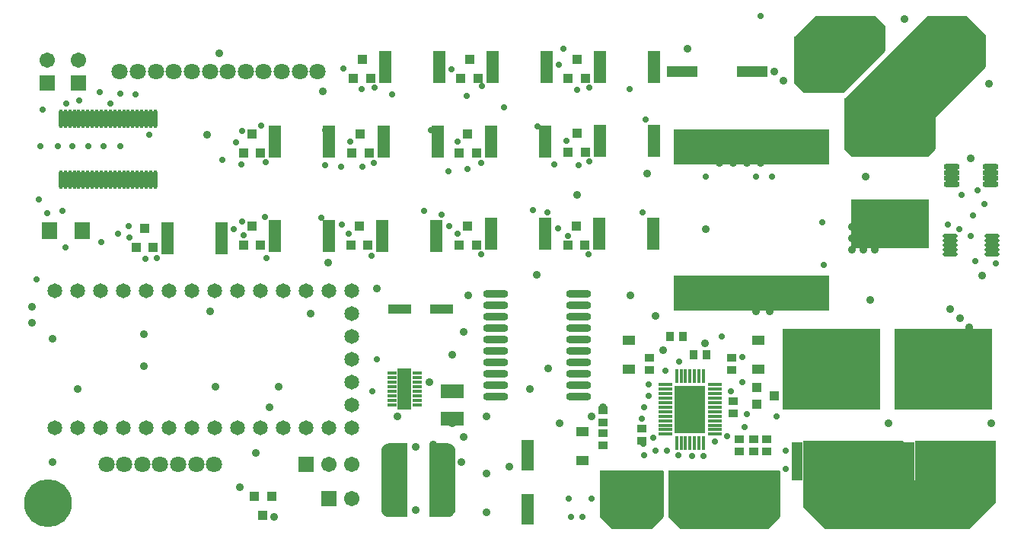
<source format=gts>
G04 Layer_Color=8388736*
%FSAX24Y24*%
%MOIN*%
G70*
G01*
G75*
%ADD75R,0.1320X0.2108*%
%ADD76R,0.0178X0.0592*%
%ADD77R,0.0592X0.0178*%
%ADD78R,0.0434X0.0395*%
%ADD79R,0.0434X0.0356*%
%ADD80O,0.1104X0.0356*%
%ADD81R,0.0572X0.1399*%
%ADD82R,0.4253X0.3545*%
%ADD83R,0.0453X0.1674*%
%ADD84O,0.0178X0.0828*%
%ADD85R,0.0400X0.0440*%
%ADD86R,0.0710X0.0552*%
%ADD87O,0.0662X0.0202*%
%ADD88O,0.0662X0.0186*%
%ADD89R,0.1340X0.0474*%
%ADD90R,0.6830X0.1580*%
%ADD91R,0.3420X0.2130*%
%ADD92O,0.0710X0.0257*%
G04:AMPARAMS|DCode=93|XSize=114.3mil|YSize=323mil|CornerRadius=57.2mil|HoleSize=0mil|Usage=FLASHONLY|Rotation=0.000|XOffset=0mil|YOffset=0mil|HoleType=Round|Shape=RoundedRectangle|*
%AMROUNDEDRECTD93*
21,1,0.1143,0.2087,0,0,0.0*
21,1,0.0000,0.3230,0,0,0.0*
1,1,0.1143,0.0000,-0.1043*
1,1,0.1143,0.0000,-0.1043*
1,1,0.1143,0.0000,0.1043*
1,1,0.1143,0.0000,0.1043*
%
%ADD93ROUNDEDRECTD93*%
%ADD94R,0.0647X0.1792*%
%ADD95R,0.0414X0.0158*%
%ADD96R,0.0986X0.0395*%
%ADD97R,0.1005X0.0592*%
%ADD98R,0.0552X0.1340*%
%ADD99R,0.0356X0.0434*%
%ADD100R,0.0560X0.0438*%
%ADD101R,0.0710X0.0730*%
%ADD102C,0.0650*%
%ADD103C,0.0671*%
%ADD104R,0.0671X0.0671*%
%ADD105C,0.0710*%
%ADD106R,0.0671X0.0671*%
%ADD107C,0.2090*%
%ADD108C,0.0360*%
%ADD109C,0.0280*%
%ADD110C,0.0198*%
G36*
X043304Y015015D02*
X043362Y015007D01*
X043367Y015006D01*
X043372Y015004D01*
X043444Y014974D01*
X043448Y014972D01*
X043451Y014971D01*
X043453Y014969D01*
X043515Y014922D01*
X043518Y014918D01*
X043522Y014915D01*
X043569Y014853D01*
X043572Y014848D01*
X043574Y014844D01*
X043604Y014772D01*
X043606Y014767D01*
X043607Y014762D01*
X043615Y014704D01*
X043615Y014699D01*
Y014680D01*
Y012120D01*
Y012101D01*
X043615Y012096D01*
X043607Y012038D01*
X043606Y012033D01*
X043604Y012028D01*
X043574Y011956D01*
X043572Y011952D01*
X043571Y011949D01*
X043569Y011947D01*
X043522Y011885D01*
X043518Y011882D01*
X043515Y011878D01*
X043453Y011831D01*
X043448Y011828D01*
X043444Y011826D01*
X043372Y011796D01*
X043367Y011794D01*
X043362Y011793D01*
X043304Y011785D01*
X043299Y011785D01*
X042512D01*
X042507Y011785D01*
X042501Y011786D01*
X042496Y011788D01*
X042492Y011790D01*
X042487Y011793D01*
X042483Y011797D01*
X042480Y011801D01*
X042477Y011805D01*
X042475Y011810D01*
X042473Y011815D01*
X042472Y011820D01*
X042472Y011825D01*
Y014975D01*
X042472Y014980D01*
X042473Y014985D01*
X042475Y014990D01*
X042477Y014995D01*
X042480Y014999D01*
X042483Y015003D01*
X042487Y015007D01*
X042492Y015010D01*
X042496Y015012D01*
X042501Y015014D01*
X042507Y015015D01*
X042512Y015015D01*
X043299D01*
X043304Y015015D01*
D02*
G37*
G36*
X057805Y013840D02*
X057810Y013839D01*
X057815Y013837D01*
X057820Y013835D01*
X057824Y013832D01*
X057828Y013828D01*
X057832Y013824D01*
X057835Y013820D01*
X057837Y013815D01*
X057839Y013810D01*
X057840Y013805D01*
X057840Y013800D01*
X057840Y011800D01*
X057840Y011795D01*
X057839Y011790D01*
X057837Y011785D01*
X057835Y011780D01*
X057832Y011776D01*
X057828Y011772D01*
X057328Y011272D01*
X057324Y011268D01*
X057320Y011265D01*
X057315Y011263D01*
X057310Y011261D01*
X057305Y011260D01*
X057300Y011260D01*
X053500D01*
X053495Y011260D01*
X053490Y011261D01*
X053485Y011263D01*
X053480Y011265D01*
X053476Y011268D01*
X053472Y011272D01*
X052972Y011772D01*
X052968Y011776D01*
X052965Y011780D01*
X052963Y011785D01*
X052961Y011790D01*
X052960Y011795D01*
X052960Y011800D01*
X052960Y013800D01*
X052960Y013805D01*
X052961Y013810D01*
X052963Y013815D01*
X052965Y013820D01*
X052968Y013824D01*
X052972Y013828D01*
X052976Y013832D01*
X052980Y013835D01*
X052985Y013837D01*
X052990Y013839D01*
X052995Y013840D01*
X053000Y013840D01*
X057800D01*
X057805Y013840D01*
D02*
G37*
G36*
X052700Y013840D02*
X052705Y013840D01*
X052710Y013839D01*
X052715Y013837D01*
X052720Y013835D01*
X052724Y013832D01*
X052728Y013828D01*
X052732Y013824D01*
X052735Y013820D01*
X052737Y013815D01*
X052739Y013810D01*
X052740Y013805D01*
X052740Y013800D01*
X052740Y011800D01*
X052740Y011795D01*
X052739Y011790D01*
X052737Y011785D01*
X052735Y011780D01*
X052732Y011776D01*
X052728Y011772D01*
X052228Y011272D01*
X052224Y011268D01*
X052220Y011265D01*
X052215Y011263D01*
X052210Y011261D01*
X052205Y011260D01*
X052200Y011260D01*
X050500Y011260D01*
X050495Y011260D01*
X050490Y011261D01*
X050485Y011263D01*
X050480Y011265D01*
X050476Y011268D01*
X050472Y011272D01*
X049972Y011772D01*
X049968Y011776D01*
X049965Y011780D01*
X049963Y011785D01*
X049961Y011790D01*
X049960Y011795D01*
X049960Y011800D01*
X049960Y013800D01*
X049960Y013805D01*
X049961Y013810D01*
X049963Y013815D01*
X049965Y013820D01*
X049968Y013824D01*
X049972Y013828D01*
X049976Y013832D01*
X049980Y013835D01*
X049985Y013837D01*
X049990Y013839D01*
X049995Y013840D01*
X050000Y013840D01*
X052700Y013840D01*
D02*
G37*
G36*
X067255Y015140D02*
X067260Y015139D01*
X067265Y015137D01*
X067270Y015135D01*
X067274Y015132D01*
X067278Y015128D01*
X067282Y015124D01*
X067285Y015120D01*
X067287Y015115D01*
X067289Y015110D01*
X067290Y015105D01*
X067290Y015100D01*
X067290Y012450D01*
X067290Y012445D01*
X067289Y012440D01*
X067287Y012435D01*
X067285Y012430D01*
X067282Y012426D01*
X067278Y012422D01*
X066128Y011272D01*
X066124Y011268D01*
X066120Y011265D01*
X066115Y011263D01*
X066110Y011261D01*
X066105Y011260D01*
X066100Y011260D01*
X059816Y011260D01*
X059811Y011260D01*
X059806Y011261D01*
X059801Y011263D01*
X059796Y011265D01*
X059792Y011268D01*
X059788Y011272D01*
X058872Y012188D01*
X058868Y012192D01*
X058865Y012196D01*
X058863Y012201D01*
X058861Y012206D01*
X058860Y012211D01*
X058860Y012216D01*
X058860Y015100D01*
X058860Y015105D01*
X058861Y015110D01*
X058863Y015115D01*
X058865Y015120D01*
X058868Y015124D01*
X058872Y015128D01*
X058876Y015132D01*
X058880Y015135D01*
X058885Y015137D01*
X058890Y015139D01*
X058895Y015140D01*
X058900Y015140D01*
X063200D01*
X063205Y015140D01*
X063210Y015139D01*
X063215Y015137D01*
X063220Y015135D01*
X063224Y015132D01*
X063228Y015128D01*
X063232Y015124D01*
X063235Y015120D01*
X063237Y015115D01*
X063239Y015110D01*
X063240Y015105D01*
X063240Y015100D01*
Y013390D01*
X063760D01*
X063760Y015100D01*
X063760Y015105D01*
X063761Y015110D01*
X063763Y015115D01*
X063765Y015120D01*
X063768Y015124D01*
X063772Y015128D01*
X063776Y015132D01*
X063780Y015135D01*
X063785Y015137D01*
X063790Y015139D01*
X063795Y015140D01*
X063800Y015140D01*
X067250Y015140D01*
X067255Y015140D01*
D02*
G37*
G36*
X062000Y033740D02*
X062000D01*
D01*
X062005Y033740D01*
X062010Y033739D01*
X062015Y033737D01*
X062020Y033735D01*
X062024Y033732D01*
X062028Y033728D01*
X062428Y033328D01*
X062432Y033324D01*
X062435Y033320D01*
X062437Y033315D01*
X062439Y033310D01*
X062440Y033305D01*
X062440Y033300D01*
X062440Y032200D01*
X062440Y032195D01*
X062439Y032190D01*
X062437Y032185D01*
X062435Y032180D01*
X062432Y032176D01*
X062428Y032172D01*
X060628Y030372D01*
X060624Y030368D01*
X060620Y030365D01*
X060615Y030363D01*
X060610Y030361D01*
X060605Y030360D01*
X060600Y030360D01*
X058900Y030360D01*
X058895Y030360D01*
X058890Y030361D01*
X058885Y030363D01*
X058880Y030365D01*
X058876Y030368D01*
X058872Y030372D01*
X058472Y030772D01*
X058468Y030776D01*
X058465Y030780D01*
X058463Y030785D01*
X058461Y030790D01*
X058460Y030795D01*
X058460Y030800D01*
Y030800D01*
D01*
X058460Y032800D01*
X058460Y032805D01*
X058461Y032810D01*
X058463Y032815D01*
X058465Y032820D01*
X058468Y032824D01*
X058472Y032828D01*
X059372Y033728D01*
X059376Y033732D01*
X059380Y033735D01*
X059385Y033737D01*
X059390Y033739D01*
X059395Y033740D01*
X059400Y033740D01*
X062000Y033740D01*
D02*
G37*
G36*
X066005Y033740D02*
X066010Y033739D01*
X066015Y033737D01*
X066020Y033735D01*
X066024Y033732D01*
X066028Y033728D01*
X066828Y032928D01*
X066832Y032924D01*
X066835Y032920D01*
X066837Y032915D01*
X066839Y032910D01*
X066840Y032905D01*
X066840Y032900D01*
X066840Y031500D01*
X066840Y031495D01*
X066839Y031490D01*
X066837Y031485D01*
X066835Y031480D01*
X066832Y031476D01*
X066828Y031472D01*
X064640Y029283D01*
X064640Y027900D01*
X064640Y027895D01*
X064639Y027890D01*
X064637Y027885D01*
X064635Y027880D01*
X064632Y027876D01*
X064628Y027872D01*
X064328Y027572D01*
X064324Y027568D01*
X064320Y027565D01*
X064315Y027563D01*
X064310Y027561D01*
X064305Y027560D01*
X064300Y027560D01*
X061000D01*
X060995Y027560D01*
X060990Y027561D01*
X060985Y027563D01*
X060980Y027565D01*
X060976Y027568D01*
X060972Y027572D01*
X060672Y027872D01*
X060668Y027876D01*
X060665Y027880D01*
X060663Y027885D01*
X060661Y027890D01*
X060660Y027895D01*
X060660Y027900D01*
Y030100D01*
X060660Y030105D01*
X060661Y030110D01*
X060663Y030115D01*
X060665Y030120D01*
X060668Y030124D01*
X060672Y030128D01*
X064272Y033728D01*
X064276Y033732D01*
X064280Y033735D01*
X064285Y033737D01*
X064290Y033739D01*
X064295Y033740D01*
X064300Y033740D01*
X066000Y033740D01*
X066005Y033740D01*
D02*
G37*
G36*
X041493Y015015D02*
X041499Y015014D01*
X041504Y015012D01*
X041508Y015010D01*
X041513Y015007D01*
X041517Y015003D01*
X041520Y014999D01*
X041523Y014995D01*
X041525Y014990D01*
X041527Y014985D01*
X041528Y014980D01*
X041528Y014975D01*
Y011825D01*
X041528Y011820D01*
X041527Y011815D01*
X041525Y011810D01*
X041523Y011805D01*
X041520Y011801D01*
X041517Y011797D01*
X041513Y011793D01*
X041508Y011790D01*
X041504Y011788D01*
X041499Y011786D01*
X041493Y011785D01*
X041488Y011785D01*
X040701D01*
X040696Y011785D01*
X040638Y011793D01*
X040633Y011794D01*
X040628Y011796D01*
X040556Y011826D01*
X040552Y011828D01*
X040547Y011831D01*
X040485Y011878D01*
X040482Y011882D01*
X040478Y011885D01*
X040431Y011947D01*
X040429Y011949D01*
X040428Y011952D01*
X040426Y011956D01*
X040396Y012028D01*
X040394Y012033D01*
X040393Y012038D01*
X040385Y012096D01*
X040385Y012101D01*
Y012120D01*
Y014680D01*
Y014699D01*
X040385Y014704D01*
X040393Y014762D01*
X040394Y014767D01*
X040396Y014772D01*
X040426Y014844D01*
X040428Y014848D01*
X040431Y014853D01*
X040478Y014915D01*
X040482Y014918D01*
X040485Y014922D01*
X040485Y014922D01*
X040547Y014969D01*
X040549Y014971D01*
X040552Y014972D01*
X040556Y014974D01*
X040628Y015004D01*
X040633Y015006D01*
X040638Y015007D01*
X040696Y015015D01*
X040701Y015015D01*
X040701D01*
X040701D01*
X040720Y015015D01*
X040720Y015015D01*
X041488D01*
X041493Y015015D01*
D02*
G37*
D75*
X053900Y016500D02*
D03*
D76*
X053309Y017976D02*
D03*
X053506D02*
D03*
X053703D02*
D03*
X053900D02*
D03*
X054097D02*
D03*
X054294D02*
D03*
X054491D02*
D03*
Y015024D02*
D03*
X054294D02*
D03*
X054097D02*
D03*
X053900D02*
D03*
X053703D02*
D03*
X053506D02*
D03*
X053309D02*
D03*
D77*
X054983Y017583D02*
D03*
Y017386D02*
D03*
Y017189D02*
D03*
Y016992D02*
D03*
Y016795D02*
D03*
Y016598D02*
D03*
Y016402D02*
D03*
Y016205D02*
D03*
Y016008D02*
D03*
Y015811D02*
D03*
Y015614D02*
D03*
Y015417D02*
D03*
X052817D02*
D03*
Y015614D02*
D03*
Y015811D02*
D03*
Y016008D02*
D03*
Y016205D02*
D03*
Y016402D02*
D03*
Y016598D02*
D03*
Y016795D02*
D03*
Y016992D02*
D03*
Y017189D02*
D03*
Y017386D02*
D03*
Y017583D02*
D03*
D78*
X057594Y017100D02*
D03*
X056806Y016726D02*
D03*
Y017474D02*
D03*
D79*
X055800Y016876D02*
D03*
Y016324D02*
D03*
X052133Y018776D02*
D03*
Y018224D02*
D03*
X055733Y018776D02*
D03*
Y018224D02*
D03*
X050100Y014924D02*
D03*
Y015476D02*
D03*
Y015924D02*
D03*
Y016476D02*
D03*
X051800Y015124D02*
D03*
Y015676D02*
D03*
X056067Y014649D02*
D03*
Y015200D02*
D03*
X057267Y015200D02*
D03*
Y014649D02*
D03*
X056700D02*
D03*
Y015200D02*
D03*
D80*
X049011Y017050D02*
D03*
Y017550D02*
D03*
Y018050D02*
D03*
Y018550D02*
D03*
Y019050D02*
D03*
Y019550D02*
D03*
Y020050D02*
D03*
Y020550D02*
D03*
Y021050D02*
D03*
Y021550D02*
D03*
X045389Y017050D02*
D03*
Y017550D02*
D03*
Y018050D02*
D03*
Y018550D02*
D03*
Y019050D02*
D03*
Y019550D02*
D03*
Y020050D02*
D03*
Y020550D02*
D03*
Y021050D02*
D03*
Y021550D02*
D03*
D81*
X038097Y028236D02*
D03*
X035735D02*
D03*
X042920Y031500D02*
D03*
X040557D02*
D03*
X047620D02*
D03*
X045257D02*
D03*
X052320D02*
D03*
X049957D02*
D03*
X052320Y028250D02*
D03*
X049957D02*
D03*
X047547Y028236D02*
D03*
X045185D02*
D03*
X042847D02*
D03*
X040485D02*
D03*
X052297Y024186D02*
D03*
X049935D02*
D03*
X047547D02*
D03*
X045185D02*
D03*
X033397Y023986D02*
D03*
X031035D02*
D03*
X038097Y024086D02*
D03*
X035735D02*
D03*
X042797D02*
D03*
X040435D02*
D03*
D82*
X060100Y018255D02*
D03*
X065000D02*
D03*
D83*
X061600Y014239D02*
D03*
X061100D02*
D03*
X060600D02*
D03*
X059600D02*
D03*
X059100D02*
D03*
X058600D02*
D03*
X066500D02*
D03*
X066000D02*
D03*
X065500D02*
D03*
X064500D02*
D03*
X064000D02*
D03*
X063500D02*
D03*
D84*
X026349Y026557D02*
D03*
X026546D02*
D03*
X026742D02*
D03*
X026939D02*
D03*
X027136D02*
D03*
X027333D02*
D03*
X027530D02*
D03*
X027727D02*
D03*
X027924D02*
D03*
X028120D02*
D03*
X028317D02*
D03*
X028514D02*
D03*
X028711D02*
D03*
X028908D02*
D03*
X029105D02*
D03*
X029302D02*
D03*
X029498D02*
D03*
X029695D02*
D03*
X029892D02*
D03*
X030089D02*
D03*
X030286D02*
D03*
X030483D02*
D03*
X026349Y029215D02*
D03*
X026546D02*
D03*
X026742D02*
D03*
X026939D02*
D03*
X027136D02*
D03*
X027333D02*
D03*
X027530D02*
D03*
X027727D02*
D03*
X027924D02*
D03*
X028120D02*
D03*
X028317D02*
D03*
X028514D02*
D03*
X028711D02*
D03*
X028908D02*
D03*
X029105D02*
D03*
X029302D02*
D03*
X029498D02*
D03*
X029695D02*
D03*
X029892D02*
D03*
X030089D02*
D03*
X030286D02*
D03*
X030483D02*
D03*
D85*
X035574Y012694D02*
D03*
X034820D02*
D03*
X035200Y011860D02*
D03*
X039165Y031006D02*
D03*
X039919D02*
D03*
X039539Y031840D02*
D03*
X043865Y031006D02*
D03*
X044619D02*
D03*
X044239Y031840D02*
D03*
X048565Y031006D02*
D03*
X049319D02*
D03*
X048939Y031840D02*
D03*
X048565Y027756D02*
D03*
X049319D02*
D03*
X048939Y028590D02*
D03*
X043792Y027742D02*
D03*
X044546D02*
D03*
X044166Y028576D02*
D03*
X039092Y027742D02*
D03*
X039846D02*
D03*
X039466Y028576D02*
D03*
X034342Y027742D02*
D03*
X035096D02*
D03*
X034716Y028576D02*
D03*
X048542Y023692D02*
D03*
X049296D02*
D03*
X048916Y024526D02*
D03*
X043792Y023692D02*
D03*
X044546D02*
D03*
X044166Y024526D02*
D03*
X039042Y023692D02*
D03*
X039796D02*
D03*
X039416Y024526D02*
D03*
X034342Y023692D02*
D03*
X035096D02*
D03*
X034716Y024526D02*
D03*
X029642Y023592D02*
D03*
X030396D02*
D03*
X030016Y024426D02*
D03*
D86*
X025857Y024336D02*
D03*
X027274D02*
D03*
D87*
X065274Y024102D02*
D03*
Y023298D02*
D03*
X067126D02*
D03*
Y024102D02*
D03*
D88*
X065274Y023897D02*
D03*
Y023700D02*
D03*
Y023503D02*
D03*
X067126D02*
D03*
Y023700D02*
D03*
Y023897D02*
D03*
D89*
X053565Y031300D02*
D03*
X056635D02*
D03*
D90*
X056600Y021600D02*
D03*
Y028000D02*
D03*
D91*
X062650Y024625D02*
D03*
Y028875D02*
D03*
D92*
X067046Y026366D02*
D03*
Y026622D02*
D03*
Y026878D02*
D03*
Y027134D02*
D03*
X065354Y026366D02*
D03*
Y026622D02*
D03*
Y026878D02*
D03*
Y027134D02*
D03*
D93*
X043043Y013400D02*
D03*
X040957D02*
D03*
D94*
X041400Y017400D02*
D03*
D95*
X041949Y016711D02*
D03*
Y016908D02*
D03*
Y017105D02*
D03*
Y017302D02*
D03*
Y017498D02*
D03*
Y017695D02*
D03*
Y017892D02*
D03*
Y018089D02*
D03*
X040851Y016711D02*
D03*
Y016908D02*
D03*
Y017105D02*
D03*
Y017302D02*
D03*
Y017498D02*
D03*
Y017695D02*
D03*
Y017892D02*
D03*
Y018089D02*
D03*
D96*
X043025Y020900D02*
D03*
X041175D02*
D03*
D97*
X043500Y017296D02*
D03*
Y016096D02*
D03*
D98*
X046800Y012119D02*
D03*
Y014481D02*
D03*
D99*
X053024Y019700D02*
D03*
X053576D02*
D03*
X054609Y018900D02*
D03*
X054057D02*
D03*
D100*
X049200Y015544D02*
D03*
Y014256D02*
D03*
X051233Y019544D02*
D03*
Y018256D02*
D03*
X056900Y019544D02*
D03*
Y018256D02*
D03*
D101*
X025857Y024336D02*
D03*
X027274D02*
D03*
D102*
X026100Y015700D02*
D03*
X027100D02*
D03*
X028100D02*
D03*
X029100D02*
D03*
X030100D02*
D03*
X031100D02*
D03*
X032100D02*
D03*
X033100D02*
D03*
X034100D02*
D03*
X035100D02*
D03*
X036100D02*
D03*
X037100D02*
D03*
X038100D02*
D03*
X039100D02*
D03*
Y016700D02*
D03*
Y017700D02*
D03*
Y018700D02*
D03*
Y019700D02*
D03*
Y020700D02*
D03*
Y021700D02*
D03*
X038100D02*
D03*
X037100D02*
D03*
X036100D02*
D03*
X035100D02*
D03*
X034100D02*
D03*
X033100D02*
D03*
X032100D02*
D03*
X031100D02*
D03*
X030100D02*
D03*
X029100D02*
D03*
X028100D02*
D03*
X027100D02*
D03*
X026100D02*
D03*
D103*
X027116Y031786D02*
D03*
X025766D02*
D03*
X039100Y012600D02*
D03*
Y014100D02*
D03*
X038100D02*
D03*
D104*
X027116Y030786D02*
D03*
X025766D02*
D03*
D105*
X029910Y014100D02*
D03*
X030700D02*
D03*
X031490D02*
D03*
X032277D02*
D03*
X033065D02*
D03*
X029128D02*
D03*
X028340D02*
D03*
X032872Y031286D02*
D03*
X028935D02*
D03*
X029722D02*
D03*
X030510D02*
D03*
X031300D02*
D03*
X032090D02*
D03*
X036814D02*
D03*
X036024D02*
D03*
X035234D02*
D03*
X034447D02*
D03*
X033659D02*
D03*
X037596D02*
D03*
D106*
X038100Y012600D02*
D03*
X037100Y014100D02*
D03*
D107*
X025800Y012400D02*
D03*
D108*
X065705Y020495D02*
D03*
X066110Y020090D02*
D03*
X061800Y021300D02*
D03*
X045000Y013700D02*
D03*
X046000Y014000D02*
D03*
X061600Y026700D02*
D03*
X049600Y016200D02*
D03*
X053800Y032300D02*
D03*
X026000Y014200D02*
D03*
X040200Y021800D02*
D03*
X054600Y024400D02*
D03*
X044200Y021500D02*
D03*
X047200Y022400D02*
D03*
X043500Y018900D02*
D03*
X037300Y020700D02*
D03*
X030000Y018400D02*
D03*
X027100Y017400D02*
D03*
X034900Y014600D02*
D03*
X025100Y020982D02*
D03*
Y020300D02*
D03*
X026000Y019600D02*
D03*
X033119Y017501D02*
D03*
X035900Y017500D02*
D03*
X030000Y019800D02*
D03*
X063300Y033600D02*
D03*
X067000Y030763D02*
D03*
X035700Y011800D02*
D03*
X042500Y017695D02*
D03*
X045000Y012000D02*
D03*
X055300Y012800D02*
D03*
Y012200D02*
D03*
Y011600D02*
D03*
X056000Y013400D02*
D03*
Y011600D02*
D03*
Y012200D02*
D03*
Y012800D02*
D03*
X061400Y032300D02*
D03*
X060800D02*
D03*
X060200D02*
D03*
X059600D02*
D03*
X059000D02*
D03*
X062600Y015900D02*
D03*
X067100D02*
D03*
X056700Y011600D02*
D03*
X060800Y031700D02*
D03*
X060200D02*
D03*
X059000D02*
D03*
X059600D02*
D03*
X060200Y031100D02*
D03*
X059600D02*
D03*
X056700Y012200D02*
D03*
X057400D02*
D03*
Y012800D02*
D03*
X056700D02*
D03*
Y013400D02*
D03*
X057400D02*
D03*
X032900Y020800D02*
D03*
X044000Y019900D02*
D03*
X045000Y016200D02*
D03*
X041898Y014863D02*
D03*
X041900Y012100D02*
D03*
X051000Y013500D02*
D03*
X050400D02*
D03*
X051000Y012900D02*
D03*
X050400D02*
D03*
Y012300D02*
D03*
X051000D02*
D03*
X050100Y016600D02*
D03*
X040900Y014300D02*
D03*
X043500Y015900D02*
D03*
X043900Y014200D02*
D03*
X042647Y014974D02*
D03*
X041100Y016200D02*
D03*
X051300Y021500D02*
D03*
X052400Y020600D02*
D03*
X054550Y019400D02*
D03*
X057600Y031300D02*
D03*
X062000Y024500D02*
D03*
X061500D02*
D03*
X061000D02*
D03*
X062000Y024000D02*
D03*
X061500D02*
D03*
X061000D02*
D03*
X062000Y023500D02*
D03*
X061500D02*
D03*
X061000D02*
D03*
X052733Y019100D02*
D03*
X055800Y028500D02*
D03*
X055200D02*
D03*
X056400Y027900D02*
D03*
X055800D02*
D03*
X055200D02*
D03*
X056400Y027300D02*
D03*
X055800D02*
D03*
X055200D02*
D03*
X033300Y032100D02*
D03*
X065300Y020900D02*
D03*
X066750Y013350D02*
D03*
X066150D02*
D03*
X066750Y013950D02*
D03*
X066150D02*
D03*
X048966Y025886D02*
D03*
X032766Y028536D02*
D03*
X052016Y026836D02*
D03*
X037816Y030436D02*
D03*
X042816Y031136D02*
D03*
X038066Y022936D02*
D03*
X066700Y022350D02*
D03*
X053300Y013500D02*
D03*
X066200Y027500D02*
D03*
X057000Y027900D02*
D03*
Y027300D02*
D03*
X056200Y021400D02*
D03*
Y022000D02*
D03*
X056800D02*
D03*
Y021400D02*
D03*
Y020800D02*
D03*
X057400D02*
D03*
Y021400D02*
D03*
Y022000D02*
D03*
X058000D02*
D03*
Y021400D02*
D03*
X034200Y013100D02*
D03*
X048200Y015900D02*
D03*
X047700Y018300D02*
D03*
X046900Y017400D02*
D03*
X035500Y016600D02*
D03*
X044000Y015300D02*
D03*
X058000Y030900D02*
D03*
X059000Y031100D02*
D03*
D109*
X053400Y014500D02*
D03*
X049600Y012600D02*
D03*
X067300Y022907D02*
D03*
X057000Y033719D02*
D03*
X025381Y025700D02*
D03*
X025766Y025086D02*
D03*
X026416Y025186D02*
D03*
X026566Y023586D02*
D03*
X025300Y022200D02*
D03*
X040200Y018700D02*
D03*
X058102Y014680D02*
D03*
X058100Y013900D02*
D03*
X059700Y024700D02*
D03*
X055300Y019700D02*
D03*
X057700Y016200D02*
D03*
X056200Y018800D02*
D03*
X054000Y014469D02*
D03*
X054500D02*
D03*
X055000Y015100D02*
D03*
X055508Y015321D02*
D03*
X056400Y016299D02*
D03*
X055700Y017300D02*
D03*
X059765Y022819D02*
D03*
X056200Y017700D02*
D03*
X052081Y017600D02*
D03*
X053433Y018600D02*
D03*
X052833Y018200D02*
D03*
X056800Y026700D02*
D03*
X054600D02*
D03*
X057500D02*
D03*
X052100Y017100D02*
D03*
X051900Y016600D02*
D03*
X026866Y028036D02*
D03*
X028866Y024186D02*
D03*
X029316Y024536D02*
D03*
X035116Y028936D02*
D03*
X035316Y027336D02*
D03*
X049009Y027185D02*
D03*
X033416Y027436D02*
D03*
X037916Y027186D02*
D03*
X038616Y027136D02*
D03*
X034266Y027236D02*
D03*
X039566Y027136D02*
D03*
X040066Y027286D02*
D03*
X039016Y028236D02*
D03*
X028104Y023831D02*
D03*
X043716Y028236D02*
D03*
Y024186D02*
D03*
X048489Y028250D02*
D03*
X049466Y023286D02*
D03*
X044766D02*
D03*
X049489Y027350D02*
D03*
X044789Y030650D02*
D03*
X040089Y030600D02*
D03*
X044766Y027286D02*
D03*
X030566Y023136D02*
D03*
X030066Y023086D02*
D03*
X035366Y023136D02*
D03*
X043016Y025036D02*
D03*
X043369Y024517D02*
D03*
X047666Y025136D02*
D03*
X035279Y024917D02*
D03*
X048566Y024086D02*
D03*
X048116Y024436D02*
D03*
X047966Y027236D02*
D03*
X044166Y027036D02*
D03*
X043316Y026936D02*
D03*
X033912Y024398D02*
D03*
X034366Y024136D02*
D03*
X034272Y024715D02*
D03*
X051966Y029186D02*
D03*
X051239Y030542D02*
D03*
X048966Y030486D02*
D03*
X045766Y029736D02*
D03*
X044116Y030236D02*
D03*
X027166Y030036D02*
D03*
X025466Y028036D02*
D03*
X026216D02*
D03*
X028067Y030386D02*
D03*
X030216Y028536D02*
D03*
X028966Y028036D02*
D03*
X027566D02*
D03*
X028216D02*
D03*
X025566Y029636D02*
D03*
X026584Y029903D02*
D03*
X029616Y030286D02*
D03*
X028514Y029885D02*
D03*
X028966Y030336D02*
D03*
X033366Y023986D02*
D03*
X039966Y023236D02*
D03*
X038966Y024186D02*
D03*
X038666Y024586D02*
D03*
X037766Y024886D02*
D03*
X042266Y025186D02*
D03*
X047016Y025236D02*
D03*
X034016Y028186D02*
D03*
X034287Y028686D02*
D03*
X037916Y028736D02*
D03*
X042566D02*
D03*
X047216Y028886D02*
D03*
X039516Y030536D02*
D03*
X040866Y030286D02*
D03*
X038735Y031436D02*
D03*
X043466Y031405D02*
D03*
X049489Y030600D02*
D03*
X048366Y032286D02*
D03*
X048166Y031586D02*
D03*
X051816Y025136D02*
D03*
X029366Y024036D02*
D03*
X063500Y014250D02*
D03*
X058600D02*
D03*
X052400Y014700D02*
D03*
X052900D02*
D03*
X051900Y014500D02*
D03*
X040000Y017300D02*
D03*
X051800Y016100D02*
D03*
X052297Y015252D02*
D03*
X051850Y015000D02*
D03*
X066400Y023000D02*
D03*
X065200Y024600D02*
D03*
X066200Y024100D02*
D03*
X065700Y024400D02*
D03*
X066300Y025000D02*
D03*
X065800Y025900D02*
D03*
X066500Y026100D02*
D03*
X066800Y025500D02*
D03*
X056300Y015724D02*
D03*
X048600Y012600D02*
D03*
X049200Y011800D02*
D03*
X048700D02*
D03*
D110*
X054333Y015634D02*
D03*
X053900D02*
D03*
X053467D02*
D03*
X054333Y016067D02*
D03*
X053900D02*
D03*
X053467D02*
D03*
X054333Y016500D02*
D03*
X053900D02*
D03*
X053467D02*
D03*
X054333Y016933D02*
D03*
X053900D02*
D03*
X053467D02*
D03*
X054333Y017366D02*
D03*
X053900D02*
D03*
X053467D02*
D03*
M02*

</source>
